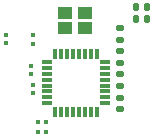
<source format=gtp>
G04 #@! TF.GenerationSoftware,KiCad,Pcbnew,8.0.9-8.0.9-0~ubuntu22.04.1*
G04 #@! TF.CreationDate,2025-06-17T20:00:39-06:00*
G04 #@! TF.ProjectId,dongle,646f6e67-6c65-42e6-9b69-6361645f7063,rev?*
G04 #@! TF.SameCoordinates,Original*
G04 #@! TF.FileFunction,Paste,Top*
G04 #@! TF.FilePolarity,Positive*
%FSLAX46Y46*%
G04 Gerber Fmt 4.6, Leading zero omitted, Abs format (unit mm)*
G04 Created by KiCad (PCBNEW 8.0.9-8.0.9-0~ubuntu22.04.1) date 2025-06-17 20:00:39*
%MOMM*%
%LPD*%
G01*
G04 APERTURE LIST*
G04 Aperture macros list*
%AMRoundRect*
0 Rectangle with rounded corners*
0 $1 Rounding radius*
0 $2 $3 $4 $5 $6 $7 $8 $9 X,Y pos of 4 corners*
0 Add a 4 corners polygon primitive as box body*
4,1,4,$2,$3,$4,$5,$6,$7,$8,$9,$2,$3,0*
0 Add four circle primitives for the rounded corners*
1,1,$1+$1,$2,$3*
1,1,$1+$1,$4,$5*
1,1,$1+$1,$6,$7*
1,1,$1+$1,$8,$9*
0 Add four rect primitives between the rounded corners*
20,1,$1+$1,$2,$3,$4,$5,0*
20,1,$1+$1,$4,$5,$6,$7,0*
20,1,$1+$1,$6,$7,$8,$9,0*
20,1,$1+$1,$8,$9,$2,$3,0*%
G04 Aperture macros list end*
%ADD10RoundRect,0.147500X-0.147500X-0.172500X0.147500X-0.172500X0.147500X0.172500X-0.147500X0.172500X0*%
%ADD11RoundRect,0.079500X0.100500X-0.079500X0.100500X0.079500X-0.100500X0.079500X-0.100500X-0.079500X0*%
%ADD12R,0.850000X0.300000*%
%ADD13R,0.300000X0.850000*%
%ADD14RoundRect,0.079500X-0.100500X0.079500X-0.100500X-0.079500X0.100500X-0.079500X0.100500X0.079500X0*%
%ADD15RoundRect,0.079500X0.079500X0.100500X-0.079500X0.100500X-0.079500X-0.100500X0.079500X-0.100500X0*%
%ADD16RoundRect,0.140000X-0.170000X0.140000X-0.170000X-0.140000X0.170000X-0.140000X0.170000X0.140000X0*%
%ADD17RoundRect,0.147500X-0.172500X0.147500X-0.172500X-0.147500X0.172500X-0.147500X0.172500X0.147500X0*%
%ADD18R,1.200000X1.000000*%
%ADD19RoundRect,0.140000X0.140000X0.170000X-0.140000X0.170000X-0.140000X-0.170000X0.140000X-0.170000X0*%
%ADD20RoundRect,0.050000X-0.050000X0.050000X-0.050000X-0.050000X0.050000X-0.050000X0.050000X0.050000X0*%
G04 APERTURE END LIST*
D10*
X152065000Y-89800000D03*
X153035000Y-89800000D03*
D11*
X141050003Y-92844999D03*
X141049997Y-92155001D03*
D12*
X144550000Y-94475000D03*
X144550000Y-94975000D03*
X144550000Y-95475000D03*
X144550000Y-95975000D03*
X144550000Y-96475000D03*
X144550000Y-96975000D03*
X144550000Y-97475000D03*
X144550000Y-97975000D03*
D13*
X145250000Y-98675000D03*
X145750000Y-98675000D03*
X146250000Y-98675000D03*
X146750000Y-98675000D03*
X147250000Y-98675000D03*
X147750000Y-98675000D03*
X148250000Y-98675000D03*
X148750000Y-98675000D03*
D12*
X149450000Y-97975000D03*
X149450000Y-97475000D03*
X149450000Y-96975000D03*
X149450000Y-96475000D03*
X149450000Y-95975000D03*
X149450000Y-95475000D03*
X149450000Y-94975000D03*
X149450000Y-94475000D03*
D13*
X148750000Y-93775000D03*
X148250000Y-93775000D03*
X147750000Y-93775000D03*
X147250000Y-93775000D03*
X146750000Y-93775000D03*
X146250000Y-93775000D03*
X145750000Y-93775000D03*
X145250000Y-93775000D03*
D14*
X143325003Y-92230001D03*
X143324997Y-92919999D03*
D15*
X144425002Y-99549996D03*
X143735002Y-99550010D03*
D16*
X150700000Y-91625000D03*
X150700000Y-92584998D03*
D15*
X144425000Y-100375000D03*
X143735000Y-100375014D03*
D17*
X150750000Y-95540000D03*
X150750000Y-96510000D03*
D14*
X143200003Y-94780001D03*
X143199997Y-95469999D03*
D18*
X146050000Y-91599998D03*
X147750000Y-91599998D03*
X147750000Y-90299998D03*
X146050000Y-90299998D03*
D17*
X150725000Y-97515000D03*
X150725000Y-98485000D03*
D11*
X143375003Y-97094999D03*
X143374997Y-96405001D03*
D19*
X153030000Y-90825000D03*
X152070000Y-90825000D03*
D20*
X153080002Y-89600002D03*
D17*
X150700000Y-93565000D03*
X150700000Y-94535000D03*
M02*

</source>
